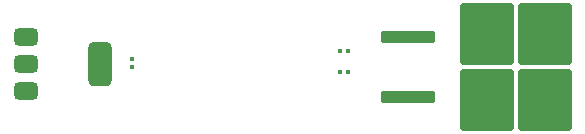
<source format=gbr>
%TF.GenerationSoftware,KiCad,Pcbnew,8.0.4*%
%TF.CreationDate,2024-11-15T14:19:49-05:00*%
%TF.ProjectId,BarrelJackAdapter,42617272-656c-44a6-9163-6b4164617074,rev?*%
%TF.SameCoordinates,Original*%
%TF.FileFunction,Paste,Top*%
%TF.FilePolarity,Positive*%
%FSLAX46Y46*%
G04 Gerber Fmt 4.6, Leading zero omitted, Abs format (unit mm)*
G04 Created by KiCad (PCBNEW 8.0.4) date 2024-11-15 14:19:49*
%MOMM*%
%LPD*%
G01*
G04 APERTURE LIST*
G04 Aperture macros list*
%AMRoundRect*
0 Rectangle with rounded corners*
0 $1 Rounding radius*
0 $2 $3 $4 $5 $6 $7 $8 $9 X,Y pos of 4 corners*
0 Add a 4 corners polygon primitive as box body*
4,1,4,$2,$3,$4,$5,$6,$7,$8,$9,$2,$3,0*
0 Add four circle primitives for the rounded corners*
1,1,$1+$1,$2,$3*
1,1,$1+$1,$4,$5*
1,1,$1+$1,$6,$7*
1,1,$1+$1,$8,$9*
0 Add four rect primitives between the rounded corners*
20,1,$1+$1,$2,$3,$4,$5,0*
20,1,$1+$1,$4,$5,$6,$7,0*
20,1,$1+$1,$6,$7,$8,$9,0*
20,1,$1+$1,$8,$9,$2,$3,0*%
G04 Aperture macros list end*
%ADD10RoundRect,0.079500X-0.079500X-0.100500X0.079500X-0.100500X0.079500X0.100500X-0.079500X0.100500X0*%
%ADD11RoundRect,0.375000X-0.625000X-0.375000X0.625000X-0.375000X0.625000X0.375000X-0.625000X0.375000X0*%
%ADD12RoundRect,0.500000X-0.500000X-1.400000X0.500000X-1.400000X0.500000X1.400000X-0.500000X1.400000X0*%
%ADD13RoundRect,0.250000X-2.050000X-0.300000X2.050000X-0.300000X2.050000X0.300000X-2.050000X0.300000X0*%
%ADD14RoundRect,0.250000X-2.025000X-2.375000X2.025000X-2.375000X2.025000X2.375000X-2.025000X2.375000X0*%
%ADD15RoundRect,0.079500X0.100500X-0.079500X0.100500X0.079500X-0.100500X0.079500X-0.100500X-0.079500X0*%
G04 APERTURE END LIST*
D10*
%TO.C,C2*%
X131390000Y-71515000D03*
X132080000Y-71515000D03*
%TD*%
%TO.C,C1*%
X131390000Y-69765000D03*
X132080000Y-69765000D03*
%TD*%
D11*
%TO.C,U1*%
X104800000Y-68580000D03*
X104800000Y-70880000D03*
D12*
X111100000Y-70880000D03*
D11*
X104800000Y-73180000D03*
%TD*%
D13*
%TO.C,U2*%
X137160000Y-68580000D03*
D14*
X143885000Y-68345000D03*
X143885000Y-73895000D03*
X148735000Y-68345000D03*
X148735000Y-73895000D03*
D13*
X137160000Y-73660000D03*
%TD*%
D15*
%TO.C,C3*%
X113792000Y-71145000D03*
X113792000Y-70455000D03*
%TD*%
M02*

</source>
